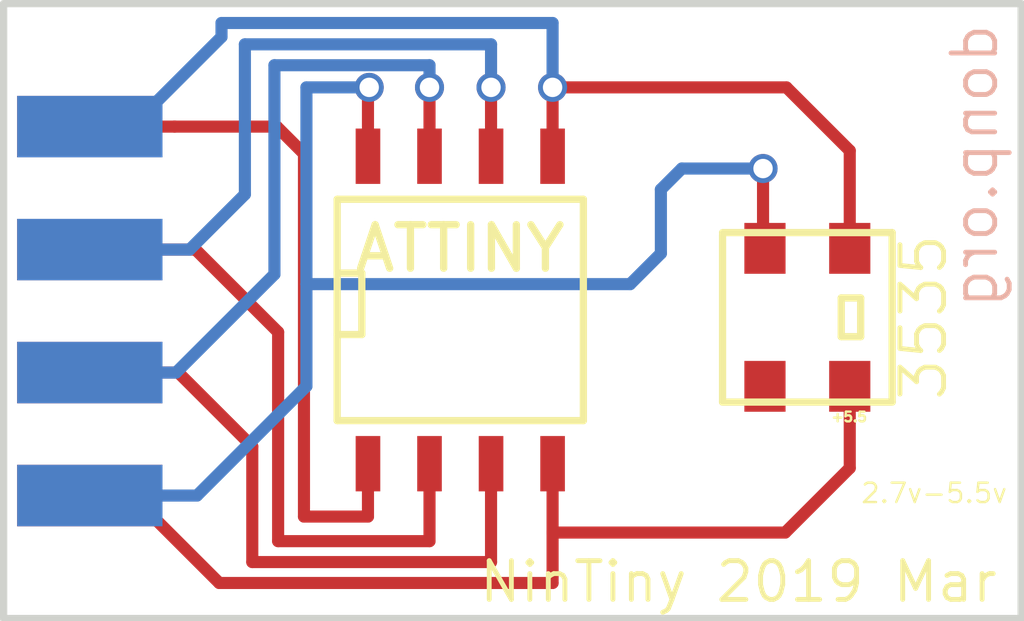
<source format=kicad_pcb>
(kicad_pcb (version 20171130) (host pcbnew 5.0.2-bee76a0~70~ubuntu18.04.1)

  (general
    (thickness 1.6)
    (drawings 8)
    (tracks 64)
    (zones 0)
    (modules 4)
    (nets 1)
  )

  (page A4)
  (layers
    (0 F.Cu signal)
    (31 B.Cu signal)
    (32 B.Adhes user)
    (33 F.Adhes user)
    (34 B.Paste user)
    (35 F.Paste user)
    (36 B.SilkS user)
    (37 F.SilkS user)
    (38 B.Mask user)
    (39 F.Mask user)
    (40 Dwgs.User user)
    (41 Cmts.User user)
    (42 Eco1.User user)
    (43 Eco2.User user)
    (44 Edge.Cuts user)
    (45 Margin user)
    (46 B.CrtYd user)
    (47 F.CrtYd user)
    (48 B.Fab user)
    (49 F.Fab user)
  )

  (setup
    (last_trace_width 0.25)
    (trace_clearance 0.2)
    (zone_clearance 0.508)
    (zone_45_only no)
    (trace_min 0.2)
    (segment_width 0.2)
    (edge_width 0.15)
    (via_size 0.6)
    (via_drill 0.4)
    (via_min_size 0.4)
    (via_min_drill 0.3)
    (uvia_size 0.3)
    (uvia_drill 0.1)
    (uvias_allowed no)
    (uvia_min_size 0.2)
    (uvia_min_drill 0.1)
    (pcb_text_width 0.3)
    (pcb_text_size 1.5 1.5)
    (mod_edge_width 0.15)
    (mod_text_size 1 1)
    (mod_text_width 0.15)
    (pad_size 2.032 1.7272)
    (pad_drill 1.016)
    (pad_to_mask_clearance 0.2)
    (solder_mask_min_width 0.25)
    (aux_axis_origin 0 0)
    (visible_elements FFFFFF7F)
    (pcbplotparams
      (layerselection 0x010f0_ffffffff)
      (usegerberextensions true)
      (usegerberattributes false)
      (usegerberadvancedattributes false)
      (creategerberjobfile false)
      (excludeedgelayer true)
      (linewidth 0.100000)
      (plotframeref false)
      (viasonmask false)
      (mode 1)
      (useauxorigin false)
      (hpglpennumber 1)
      (hpglpenspeed 20)
      (hpglpendiameter 15.000000)
      (psnegative false)
      (psa4output false)
      (plotreference true)
      (plotvalue true)
      (plotinvisibletext false)
      (padsonsilk false)
      (subtractmaskfromsilk false)
      (outputformat 1)
      (mirror false)
      (drillshape 0)
      (scaleselection 1)
      (outputdirectory "/home/donp/osh"))
  )

  (net 0 "")

  (net_class Default "This is the default net class."
    (clearance 0.2)
    (trace_width 0.25)
    (via_dia 0.6)
    (via_drill 0.4)
    (uvia_dia 0.3)
    (uvia_drill 0.1)
  )

  (module SMD_Packages:SOIC-8-N (layer F.Cu) (tedit 5C62C30E) (tstamp 5830FF81)
    (at 90.424 76.327)
    (descr "Module Narrow CMS SOJ 8 pins large")
    (tags "CMS SOJ")
    (attr smd)
    (fp_text reference ATTINY (at 0 -1.27) (layer F.SilkS)
      (effects (font (size 0.9 0.9) (thickness 0.15)))
    )
    (fp_text value SOIC-8-N (at 0 1.27) (layer F.Fab) hide
      (effects (font (size 1 1) (thickness 0.15)))
    )
    (fp_line (start -2.54 -2.286) (end 2.54 -2.286) (layer F.SilkS) (width 0.15))
    (fp_line (start 2.54 -2.286) (end 2.54 2.286) (layer F.SilkS) (width 0.15))
    (fp_line (start 2.54 2.286) (end -2.54 2.286) (layer F.SilkS) (width 0.15))
    (fp_line (start -2.54 2.286) (end -2.54 -2.286) (layer F.SilkS) (width 0.15))
    (fp_line (start -2.54 -0.762) (end -2.032 -0.762) (layer F.SilkS) (width 0.15))
    (fp_line (start -2.032 -0.762) (end -2.032 0.508) (layer F.SilkS) (width 0.15))
    (fp_line (start -2.032 0.508) (end -2.54 0.508) (layer F.SilkS) (width 0.15))
    (pad 8 smd rect (at -1.905 -3.175) (size 0.508 1.143) (layers F.Cu F.Paste F.Mask))
    (pad 7 smd rect (at -0.635 -3.175) (size 0.508 1.143) (layers F.Cu F.Paste F.Mask))
    (pad 6 smd rect (at 0.635 -3.175) (size 0.508 1.143) (layers F.Cu F.Paste F.Mask))
    (pad 5 smd rect (at 1.905 -3.175) (size 0.508 1.143) (layers F.Cu F.Paste F.Mask))
    (pad 4 smd rect (at 1.905 3.175) (size 0.508 1.143) (layers F.Cu F.Paste F.Mask))
    (pad 3 smd rect (at 0.635 3.175) (size 0.508 1.143) (layers F.Cu F.Paste F.Mask))
    (pad 2 smd rect (at -0.635 3.175) (size 0.508 1.143) (layers F.Cu F.Paste F.Mask))
    (pad 1 smd rect (at -1.905 3.175) (size 0.508 1.143) (layers F.Cu F.Paste F.Mask))
    (model SMD_Packages.3dshapes/SOIC-8-N.wrl
      (at (xyz 0 0 0))
      (scale (xyz 0.5 0.38 0.5))
      (rotate (xyz 0 0 0))
    )
  )

  (module ws2812:3535 (layer F.Cu) (tedit 588CDD58) (tstamp 583100DF)
    (at 97.5868 76.4794 90)
    (fp_text reference 3535 (at 0 2.4 90) (layer F.SilkS)
      (effects (font (size 0.9 0.9) (thickness 0.1)))
    )
    (fp_text value 3535 (at 0.05 -2.2 90) (layer F.Fab)
      (effects (font (size 1 1) (thickness 0.15)))
    )
    (fp_line (start -0.4 0.7) (end 0.4 0.7) (layer F.SilkS) (width 0.15))
    (fp_line (start 0.4 0.7) (end 0.4 1.1) (layer F.SilkS) (width 0.15))
    (fp_line (start 0.4 1.1) (end -0.4 1.1) (layer F.SilkS) (width 0.15))
    (fp_line (start -0.4 1.1) (end -0.4 0.7) (layer F.SilkS) (width 0.15))
    (fp_line (start 1.75 1.75) (end -1.75 1.75) (layer F.SilkS) (width 0.15))
    (fp_line (start -1.75 1.75) (end -1.75 -1.75) (layer F.SilkS) (width 0.15))
    (fp_line (start 1.75 -1.75) (end 1.75 1.75) (layer F.SilkS) (width 0.15))
    (fp_line (start -1.75 -1.75) (end 1.7 -1.75) (layer F.SilkS) (width 0.15))
    (pad IN smd rect (at 1.325 0.875 90) (size 1.05 0.85) (drill (offset 0.1 0)) (layers F.Cu F.Paste F.Mask))
    (pad VDD smd rect (at 1.325 -0.875 90) (size 1.05 0.85) (drill (offset 0.1 0)) (layers F.Cu F.Paste F.Mask))
    (pad GND smd rect (at -1.325 0.875 90) (size 1.05 0.85) (drill (offset -0.1 0)) (layers F.Cu F.Paste F.Mask))
    (pad OUT smd rect (at -1.325 -0.875 90) (size 1.05 0.85) (drill (offset -0.1 0)) (layers F.Cu F.Paste F.Mask))
  )

  (module neotiny:edge-4pin (layer F.Cu) (tedit 5C7C3AD1) (tstamp 5C7C7CDC)
    (at 82.7786 80.16 90)
    (fp_text reference topedge (at 0 0.5 90) (layer F.SilkS) hide
      (effects (font (size 1 1) (thickness 0.15)))
    )
    (fp_text value edge-4pin (at 0 -0.5 90) (layer F.Fab) hide
      (effects (font (size 1 1) (thickness 0.15)))
    )
    (pad 3 connect rect (at 5.08 0 90) (size 1.27 3) (layers F.Cu F.Mask))
    (pad 4 connect rect (at 7.62 0 90) (size 1.27 3) (layers F.Cu F.Mask))
    (pad 2 connect rect (at 2.54 0 90) (size 1.27 3) (layers F.Cu F.Mask))
    (pad 1 connect rect (at 0 0 90) (size 1.27 3) (layers F.Cu F.Mask))
  )

  (module neotiny:edge-4pin (layer B.Cu) (tedit 5C7C3BCE) (tstamp 5C7C7DBC)
    (at 82.7786 72.54 270)
    (fp_text reference botedge (at 0 -0.5 270) (layer B.SilkS) hide
      (effects (font (size 1 1) (thickness 0.15)) (justify mirror))
    )
    (fp_text value edge-4pin (at 0 0.5 270) (layer B.Fab) hide
      (effects (font (size 1 1) (thickness 0.15)) (justify mirror))
    )
    (pad 3 connect rect (at 5.08 0 270) (size 1.27 3) (layers B.Cu B.Mask))
    (pad 4 connect rect (at 7.62 0 270) (size 1.27 3) (layers B.Cu B.Mask))
    (pad 2 connect rect (at 2.54 0 270) (size 1.27 3) (layers B.Cu B.Mask))
    (pad 1 connect rect (at 0 0 270) (size 1.27 3) (layers B.Cu B.Mask))
  )

  (gr_text 2.7v-5.5v (at 100.203 80.1116) (layer F.SilkS)
    (effects (font (size 0.4 0.4) (thickness 0.05)))
  )
  (gr_text donp.org (at 101.0412 73.3552 90) (layer B.SilkS)
    (effects (font (size 0.9 0.9) (thickness 0.1)) (justify mirror))
  )
  (gr_text "NinTiny 2019 Mar" (at 96.1644 81.9404) (layer F.SilkS) (tstamp 5C7C2E7C)
    (effects (font (size 0.8 0.8) (thickness 0.1)))
  )
  (gr_text +5.5 (at 98.4504 78.5368) (layer F.SilkS)
    (effects (font (size 0.2 0.2) (thickness 0.05)))
  )
  (gr_line (start 102 70) (end 102 82.7) (angle 90) (layer Edge.Cuts) (width 0.15))
  (gr_line (start 81 82.7) (end 102 82.7) (angle 90) (layer Edge.Cuts) (width 0.15) (tstamp 58310406))
  (gr_line (start 81 70) (end 102 70) (angle 90) (layer Edge.Cuts) (width 0.15))
  (gr_line (start 81 70) (end 81 82.7) (angle 90) (layer Edge.Cuts) (width 0.15))

  (segment (start 84.5286 72.54) (end 82.7786 72.54) (width 0.25) (layer F.Cu) (net 0))
  (segment (start 86.637 72.54) (end 84.5286 72.54) (width 0.25) (layer F.Cu) (net 0))
  (segment (start 87.1982 80.5942) (end 87.1982 73.1012) (width 0.25) (layer F.Cu) (net 0))
  (segment (start 88.519 79.502) (end 88.519 80.5942) (width 0.25) (layer F.Cu) (net 0))
  (segment (start 87.1982 73.1012) (end 86.637 72.54) (width 0.25) (layer F.Cu) (net 0))
  (segment (start 88.519 80.5942) (end 87.1982 80.5942) (width 0.25) (layer F.Cu) (net 0))
  (segment (start 84.9606 75.08) (end 82.7786 75.08) (width 0.25) (layer F.Cu) (net 0))
  (segment (start 86.6648 76.7842) (end 84.9606 75.08) (width 0.25) (layer F.Cu) (net 0))
  (segment (start 86.6648 81.1022) (end 86.6648 76.7842) (width 0.25) (layer F.Cu) (net 0))
  (segment (start 89.789 79.502) (end 89.789 81.1022) (width 0.25) (layer F.Cu) (net 0))
  (segment (start 89.789 81.1022) (end 86.6648 81.1022) (width 0.25) (layer F.Cu) (net 0))
  (segment (start 84.605 77.62) (end 82.7786 77.62) (width 0.25) (layer F.Cu) (net 0))
  (segment (start 86.1314 79.1464) (end 84.605 77.62) (width 0.25) (layer F.Cu) (net 0))
  (segment (start 86.1314 81.534) (end 86.1314 79.1464) (width 0.25) (layer F.Cu) (net 0))
  (segment (start 91.059 79.502) (end 91.059 81.534) (width 0.25) (layer F.Cu) (net 0))
  (segment (start 91.059 81.534) (end 86.1314 81.534) (width 0.25) (layer F.Cu) (net 0))
  (segment (start 83.6436 80.16) (end 82.7786 80.16) (width 0.25) (layer F.Cu) (net 0))
  (segment (start 85.4494 81.9658) (end 83.6436 80.16) (width 0.25) (layer F.Cu) (net 0))
  (segment (start 92.329 81.9658) (end 85.4494 81.9658) (width 0.25) (layer F.Cu) (net 0))
  (segment (start 92.329 80.9244) (end 97.1296 80.9244) (width 0.25) (layer F.Cu) (net 0))
  (segment (start 92.329 80.9244) (end 92.329 81.9658) (width 0.25) (layer F.Cu) (net 0))
  (segment (start 92.329 79.502) (end 92.329 80.9244) (width 0.25) (layer F.Cu) (net 0))
  (segment (start 98.4618 79.5922) (end 98.4618 77.8044) (width 0.25) (layer F.Cu) (net 0))
  (segment (start 97.1296 80.9244) (end 98.4618 79.5922) (width 0.25) (layer F.Cu) (net 0))
  (via (at 88.5444 71.7296) (size 0.6) (drill 0.4) (layers F.Cu B.Cu) (net 0))
  (segment (start 88.519 73.152) (end 88.519 71.755) (width 0.25) (layer F.Cu) (net 0))
  (segment (start 88.519 71.755) (end 88.5444 71.7296) (width 0.25) (layer F.Cu) (net 0))
  (segment (start 88.5444 71.7296) (end 87.249 71.7296) (width 0.25) (layer B.Cu) (net 0))
  (segment (start 84.9908 80.16) (end 82.7786 80.16) (width 0.25) (layer B.Cu) (net 0))
  (segment (start 87.249 77.9018) (end 84.9908 80.16) (width 0.25) (layer B.Cu) (net 0))
  (segment (start 87.249 75.7936) (end 93.9292 75.7936) (width 0.25) (layer B.Cu) (net 0))
  (segment (start 87.249 75.7936) (end 87.249 77.9018) (width 0.25) (layer B.Cu) (net 0))
  (segment (start 87.249 71.7296) (end 87.249 75.7936) (width 0.25) (layer B.Cu) (net 0))
  (segment (start 93.9292 75.7936) (end 94.5642 75.1586) (width 0.25) (layer B.Cu) (net 0))
  (segment (start 94.5642 75.1586) (end 94.5642 73.8378) (width 0.25) (layer B.Cu) (net 0))
  (segment (start 94.5642 73.8378) (end 94.996 73.406) (width 0.25) (layer B.Cu) (net 0))
  (via (at 96.6724 73.406) (size 0.6) (drill 0.4) (layers F.Cu B.Cu) (net 0))
  (segment (start 94.996 73.406) (end 96.6724 73.406) (width 0.25) (layer B.Cu) (net 0))
  (segment (start 96.6724 75.115) (end 96.7118 75.1544) (width 0.25) (layer F.Cu) (net 0))
  (segment (start 96.6724 73.406) (end 96.6724 75.115) (width 0.25) (layer F.Cu) (net 0))
  (via (at 89.789 71.7296) (size 0.6) (drill 0.4) (layers F.Cu B.Cu) (net 0))
  (segment (start 89.789 73.152) (end 89.789 71.7296) (width 0.25) (layer F.Cu) (net 0))
  (via (at 91.059 71.7296) (size 0.6) (drill 0.4) (layers F.Cu B.Cu) (net 0))
  (segment (start 91.059 73.152) (end 91.059 71.7296) (width 0.25) (layer F.Cu) (net 0))
  (via (at 92.329 71.7296) (size 0.6) (drill 0.4) (layers F.Cu B.Cu) (net 0) (tstamp 5C7C46C2))
  (segment (start 92.329 73.152) (end 92.329 71.7296) (width 0.25) (layer F.Cu) (net 0))
  (segment (start 85.4964 70.40001) (end 85.4964 70.6872) (width 0.25) (layer B.Cu) (net 0))
  (segment (start 83.6436 72.54) (end 82.7786 72.54) (width 0.25) (layer B.Cu) (net 0))
  (segment (start 92.329 71.7296) (end 92.329 70.40001) (width 0.25) (layer B.Cu) (net 0))
  (segment (start 85.4964 70.6872) (end 83.6436 72.54) (width 0.25) (layer B.Cu) (net 0))
  (segment (start 92.329 70.40001) (end 85.4964 70.40001) (width 0.25) (layer B.Cu) (net 0))
  (segment (start 84.8384 75.08) (end 82.7786 75.08) (width 0.25) (layer B.Cu) (net 0))
  (segment (start 85.979 73.9394) (end 84.8384 75.08) (width 0.25) (layer B.Cu) (net 0))
  (segment (start 85.979 70.8406) (end 85.979 73.9394) (width 0.25) (layer B.Cu) (net 0))
  (segment (start 91.059 71.7296) (end 91.059 70.8406) (width 0.25) (layer B.Cu) (net 0))
  (segment (start 91.059 70.8406) (end 85.979 70.8406) (width 0.25) (layer B.Cu) (net 0))
  (segment (start 86.5886 75.5904) (end 84.559 77.62) (width 0.25) (layer B.Cu) (net 0))
  (segment (start 84.559 77.62) (end 82.7786 77.62) (width 0.25) (layer B.Cu) (net 0))
  (segment (start 86.5886 71.2724) (end 86.5886 75.5904) (width 0.25) (layer B.Cu) (net 0))
  (segment (start 89.789 71.7296) (end 89.789 71.2724) (width 0.25) (layer B.Cu) (net 0))
  (segment (start 89.789 71.2724) (end 86.5886 71.2724) (width 0.25) (layer B.Cu) (net 0))
  (segment (start 92.329 71.7296) (end 97.155 71.7296) (width 0.25) (layer F.Cu) (net 0))
  (segment (start 98.4618 73.0364) (end 98.4618 75.1544) (width 0.25) (layer F.Cu) (net 0))
  (segment (start 97.155 71.7296) (end 98.4618 73.0364) (width 0.25) (layer F.Cu) (net 0))

)

</source>
